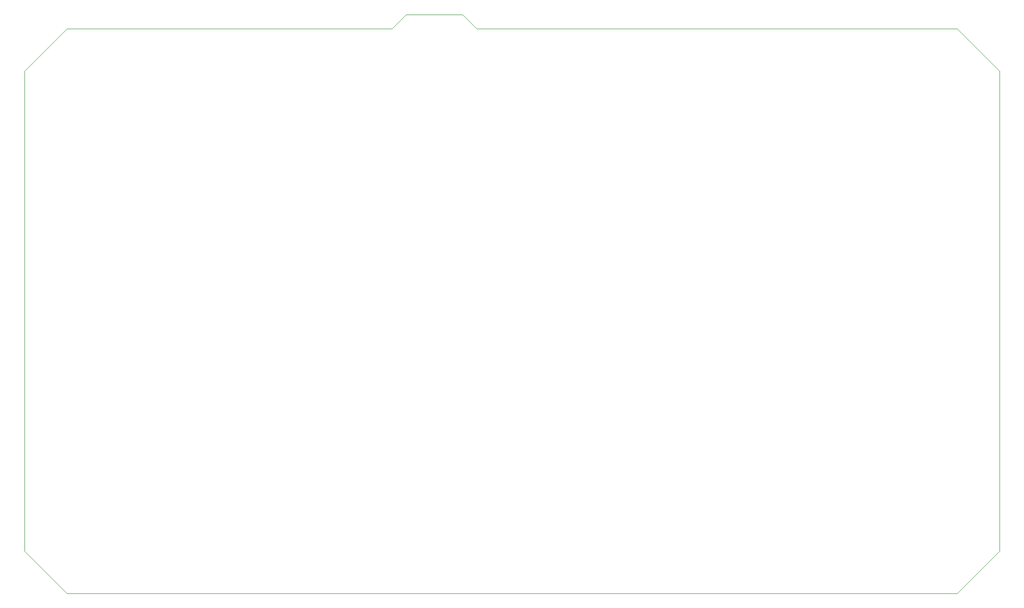
<source format=gbr>
%TF.GenerationSoftware,KiCad,Pcbnew,6.0.8-f2edbf62ab~116~ubuntu22.04.1*%
%TF.CreationDate,2022-10-10T15:37:59-06:00*%
%TF.ProjectId,PPP_pcb,5050505f-7063-4622-9e6b-696361645f70,rev?*%
%TF.SameCoordinates,Original*%
%TF.FileFunction,Profile,NP*%
%FSLAX46Y46*%
G04 Gerber Fmt 4.6, Leading zero omitted, Abs format (unit mm)*
G04 Created by KiCad (PCBNEW 6.0.8-f2edbf62ab~116~ubuntu22.04.1) date 2022-10-10 15:37:59*
%MOMM*%
%LPD*%
G01*
G04 APERTURE LIST*
%TA.AperFunction,Profile*%
%ADD10C,0.050000*%
%TD*%
G04 APERTURE END LIST*
D10*
X144780000Y-35560000D02*
X86360000Y-35560000D01*
X160020000Y-35560000D02*
X157480000Y-33020000D01*
X157480000Y-33020000D02*
X147320000Y-33020000D01*
X78740000Y-129540000D02*
X86360000Y-137160000D01*
X86360000Y-137160000D02*
X246380000Y-137160000D01*
X254000000Y-43180000D02*
X246380000Y-35560000D01*
X86360000Y-35560000D02*
X78740000Y-43180000D01*
X246380000Y-35560000D02*
X160020000Y-35560000D01*
X254000000Y-129540000D02*
X254000000Y-43180000D01*
X246380000Y-137160000D02*
X254000000Y-129540000D01*
X147320000Y-33020000D02*
X144780000Y-35560000D01*
X78740000Y-43180000D02*
X78740000Y-129540000D01*
M02*

</source>
